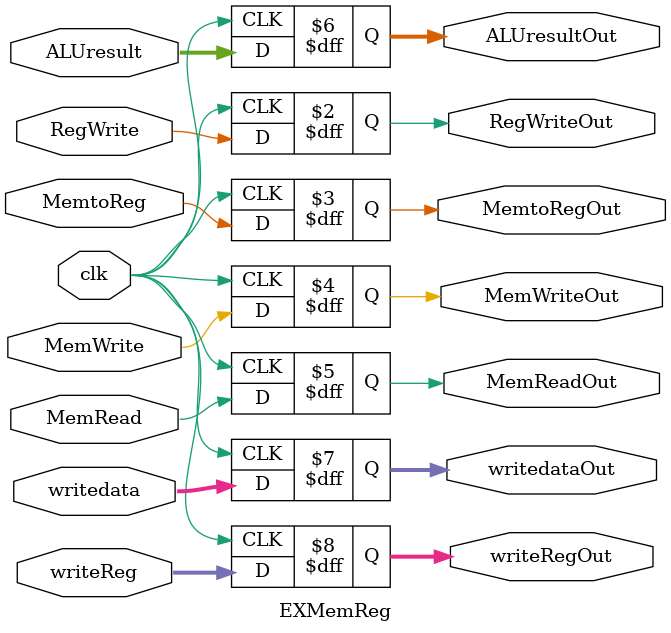
<source format=v>
module EXMemReg(clk,RegWrite, MemtoReg,MemWrite, MemRead,
       ALUresult, writedata, writeReg, RegWriteOut, MemtoRegOut, MemWriteOut,
       MemReadOut, ALUresultOut, writedataOut, writeRegOut);
  
  input clk;
  input RegWrite, MemtoReg;
  input MemWrite, MemRead; 
  input [31:0] ALUresult,writedata;
  input [4:0] writeReg;
  output reg RegWriteOut, MemtoRegOut ,MemWriteOut, MemReadOut;
  output reg [31:0] ALUresultOut,writedataOut;
  output reg [4:0] writeRegOut;
  
  always@(posedge clk)
    begin
      RegWriteOut <= RegWrite;
      MemtoRegOut <= MemtoReg;
      MemWriteOut <= MemWrite;
      MemReadOut <= MemRead;
      ALUresultOut<=ALUresult;
      writedataOut<=writedata;
      writeRegOut<=writeReg;
      
    end
  
  
endmodule
</source>
